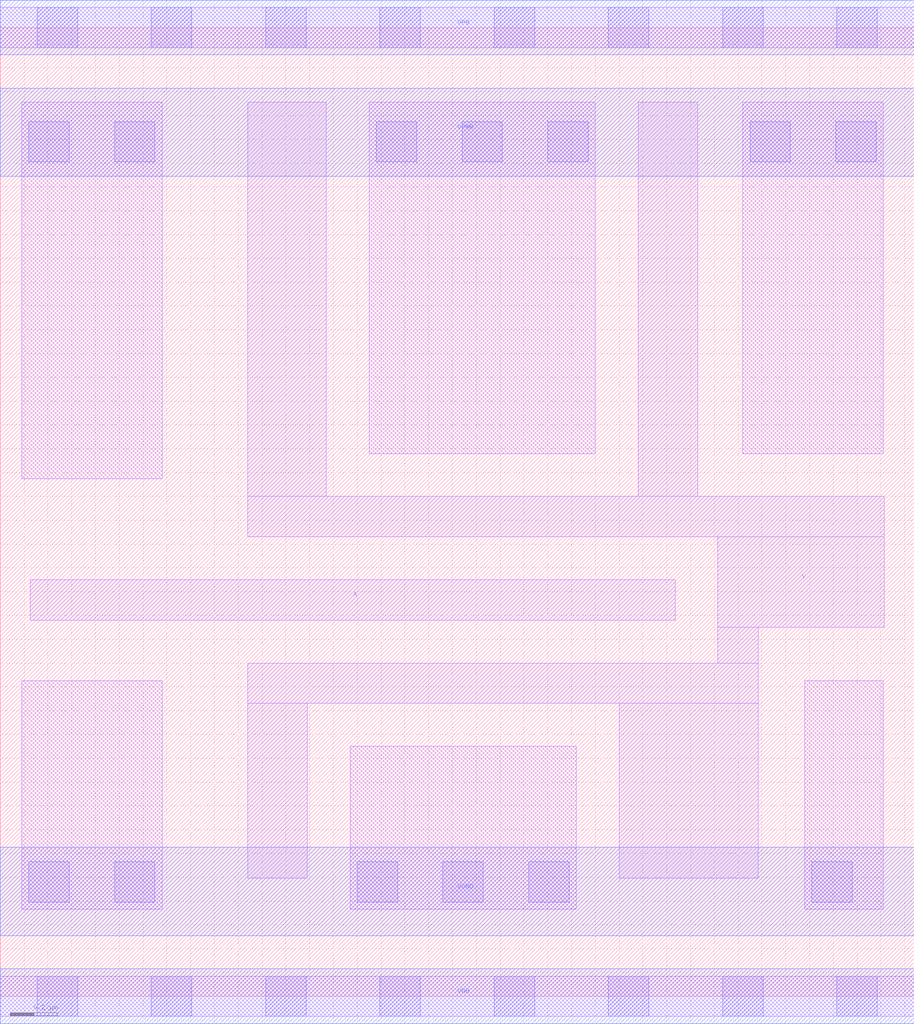
<source format=lef>
# Copyright 2020 The SkyWater PDK Authors
#
# Licensed under the Apache License, Version 2.0 (the "License");
# you may not use this file except in compliance with the License.
# You may obtain a copy of the License at
#
#     https://www.apache.org/licenses/LICENSE-2.0
#
# Unless required by applicable law or agreed to in writing, software
# distributed under the License is distributed on an "AS IS" BASIS,
# WITHOUT WARRANTIES OR CONDITIONS OF ANY KIND, either express or implied.
# See the License for the specific language governing permissions and
# limitations under the License.
#
# SPDX-License-Identifier: Apache-2.0

VERSION 5.5 ;
NAMESCASESENSITIVE ON ;
BUSBITCHARS "[]" ;
DIVIDERCHAR "/" ;
MACRO sky130_fd_sc_hvl__inv_4
  CLASS CORE ;
  SOURCE USER ;
  ORIGIN  0.000000  0.000000 ;
  SIZE  3.840000 BY  4.070000 ;
  SYMMETRY X Y ;
  SITE unithv ;
  PIN A
    ANTENNAGATEAREA  4.500000 ;
    DIRECTION INPUT ;
    USE SIGNAL ;
    PORT
      LAYER li1 ;
        RECT 0.125000 1.580000 2.835000 1.750000 ;
    END
  END A
  PIN Y
    ANTENNADIFFAREA  1.260000 ;
    DIRECTION OUTPUT ;
    USE SIGNAL ;
    PORT
      LAYER li1 ;
        RECT 1.040000 0.495000 1.290000 1.230000 ;
        RECT 1.040000 1.230000 3.185000 1.400000 ;
        RECT 1.040000 1.930000 3.715000 2.100000 ;
        RECT 1.040000 2.100000 1.370000 3.755000 ;
        RECT 2.600000 0.495000 3.185000 1.230000 ;
        RECT 2.680000 2.100000 2.930000 3.755000 ;
        RECT 3.015000 1.400000 3.185000 1.550000 ;
        RECT 3.015000 1.550000 3.715000 1.930000 ;
    END
  END Y
  PIN VGND
    DIRECTION INOUT ;
    USE GROUND ;
    PORT
      LAYER met1 ;
        RECT 0.000000 0.255000 3.840000 0.625000 ;
    END
  END VGND
  PIN VNB
    DIRECTION INOUT ;
    USE GROUND ;
    PORT
      LAYER met1 ;
        RECT 0.000000 -0.115000 3.840000 0.115000 ;
    END
  END VNB
  PIN VPB
    DIRECTION INOUT ;
    USE POWER ;
    PORT
      LAYER met1 ;
        RECT 0.000000 3.955000 3.840000 4.185000 ;
    END
  END VPB
  PIN VPWR
    DIRECTION INOUT ;
    USE POWER ;
    PORT
      LAYER met1 ;
        RECT 0.000000 3.445000 3.840000 3.815000 ;
    END
  END VPWR
  OBS
    LAYER li1 ;
      RECT 0.000000 -0.085000 3.840000 0.085000 ;
      RECT 0.000000  3.985000 3.840000 4.155000 ;
      RECT 0.090000  0.365000 0.680000 1.325000 ;
      RECT 0.090000  2.175000 0.680000 3.755000 ;
      RECT 1.470000  0.365000 2.420000 1.050000 ;
      RECT 1.550000  2.280000 2.500000 3.755000 ;
      RECT 3.120000  2.280000 3.710000 3.755000 ;
      RECT 3.380000  0.365000 3.710000 1.325000 ;
    LAYER mcon ;
      RECT 0.120000  0.395000 0.290000 0.565000 ;
      RECT 0.120000  3.505000 0.290000 3.675000 ;
      RECT 0.155000 -0.085000 0.325000 0.085000 ;
      RECT 0.155000 -0.085000 0.325000 0.085000 ;
      RECT 0.155000  3.985000 0.325000 4.155000 ;
      RECT 0.155000  3.985000 0.325000 4.155000 ;
      RECT 0.480000  0.395000 0.650000 0.565000 ;
      RECT 0.480000  3.505000 0.650000 3.675000 ;
      RECT 0.635000 -0.085000 0.805000 0.085000 ;
      RECT 0.635000 -0.085000 0.805000 0.085000 ;
      RECT 0.635000  3.985000 0.805000 4.155000 ;
      RECT 0.635000  3.985000 0.805000 4.155000 ;
      RECT 1.115000 -0.085000 1.285000 0.085000 ;
      RECT 1.115000 -0.085000 1.285000 0.085000 ;
      RECT 1.115000  3.985000 1.285000 4.155000 ;
      RECT 1.115000  3.985000 1.285000 4.155000 ;
      RECT 1.500000  0.395000 1.670000 0.565000 ;
      RECT 1.580000  3.505000 1.750000 3.675000 ;
      RECT 1.595000 -0.085000 1.765000 0.085000 ;
      RECT 1.595000 -0.085000 1.765000 0.085000 ;
      RECT 1.595000  3.985000 1.765000 4.155000 ;
      RECT 1.595000  3.985000 1.765000 4.155000 ;
      RECT 1.860000  0.395000 2.030000 0.565000 ;
      RECT 1.940000  3.505000 2.110000 3.675000 ;
      RECT 2.075000 -0.085000 2.245000 0.085000 ;
      RECT 2.075000 -0.085000 2.245000 0.085000 ;
      RECT 2.075000  3.985000 2.245000 4.155000 ;
      RECT 2.075000  3.985000 2.245000 4.155000 ;
      RECT 2.220000  0.395000 2.390000 0.565000 ;
      RECT 2.300000  3.505000 2.470000 3.675000 ;
      RECT 2.555000 -0.085000 2.725000 0.085000 ;
      RECT 2.555000 -0.085000 2.725000 0.085000 ;
      RECT 2.555000  3.985000 2.725000 4.155000 ;
      RECT 2.555000  3.985000 2.725000 4.155000 ;
      RECT 3.035000 -0.085000 3.205000 0.085000 ;
      RECT 3.035000 -0.085000 3.205000 0.085000 ;
      RECT 3.035000  3.985000 3.205000 4.155000 ;
      RECT 3.035000  3.985000 3.205000 4.155000 ;
      RECT 3.150000  3.505000 3.320000 3.675000 ;
      RECT 3.410000  0.395000 3.580000 0.565000 ;
      RECT 3.510000  3.505000 3.680000 3.675000 ;
      RECT 3.515000 -0.085000 3.685000 0.085000 ;
      RECT 3.515000 -0.085000 3.685000 0.085000 ;
      RECT 3.515000  3.985000 3.685000 4.155000 ;
      RECT 3.515000  3.985000 3.685000 4.155000 ;
  END
END sky130_fd_sc_hvl__inv_4

</source>
